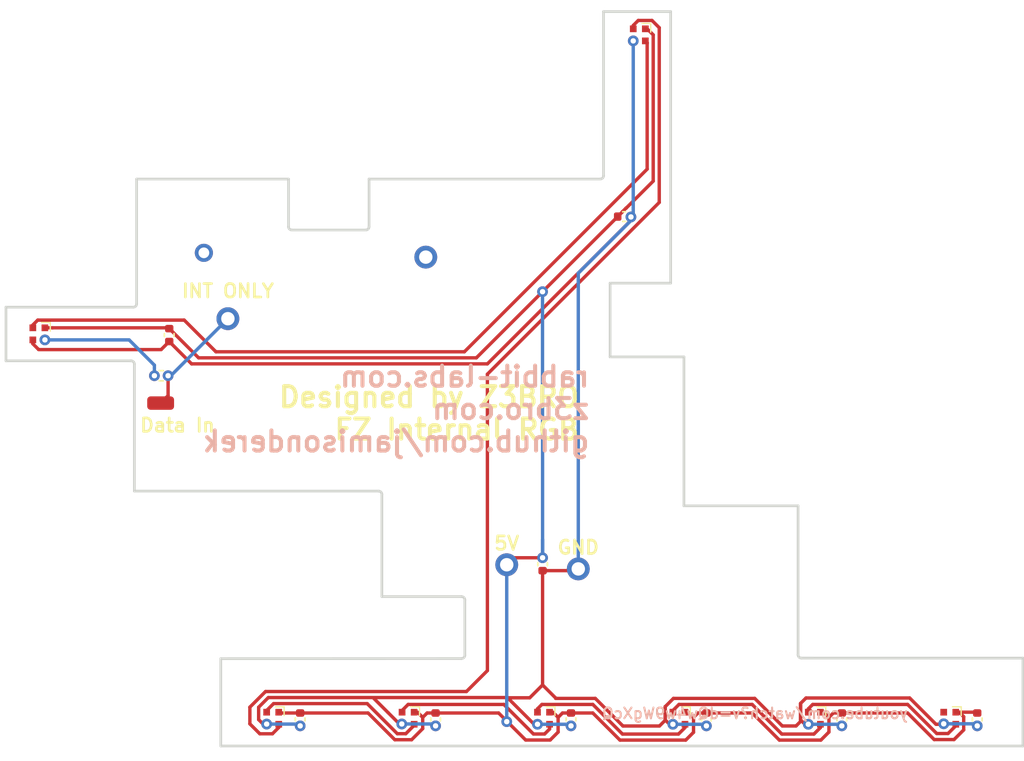
<source format=kicad_pcb>
(kicad_pcb (version 20240108) (generator "pcbnew") (generator_version "8.0")
  (title_block (title "Flipper Zero Addressable Internal RGB Mod") (rev "V1") (company "Z3BRO"))
  (layers (0 "F.Cu" signal) (31 "B.Cu" signal) (34 "B.Paste" user) (35 "F.Paste" user) (36 "B.SilkS" user "B.Silkscreen") (37 "F.SilkS" user "F.Silkscreen") (38 "B.Mask" user) (39 "F.Mask" user) (44 "Edge.Cuts" user))
  (net 0 "")
  (net 1 "+5V")
  (net 2 "GND")
  (net 3 "Net-(D1-DIN)")
  (net 4 "Net-(D1-DOUT)")
  (net 5 "Net-(D2-DOUT)")
  (net 6 "Net-(D3-DOUT)")
  (net 7 "Net-(D4-DOUT)")
  (net 8 "Net-(D5-DOUT)")
  (net 9 "Net-(D6-DOUT)")
  (net 10 "Net-(D7-DOUT)")
  (net 12 "Net-(DIN1-Pin_1)")
  (footprint "Connector_PinHeader_2.54mm:PinHeader_1x01_P2.54mm_Vertical" (layer "F.Cu") (at 135.56 83.51)
    (property "Reference" "INT ONLY" (at 0 -2.07 0) (layer "F.SilkS") (effects (font (thickness 0.2) (bold yes))))
    (property "Value" "DIN")
    (pad "1" thru_hole circle (at 0 0) (size 1.7 1.7) (drill 1) (layers "*.Cu" "*.Mask") (net 12 "Net-(DIN1-Pin_1)"))
  )
  (footprint "Capacitor_SMD:C_0402_1005Metric" (layer "F.Cu") (at 171.2034 113.38 -90)
    (property "Reference" "C6" (hide yes))
    (property "Value" "100nF")
    (fp_line (start -0.107836 0.36) (end 0.107836 0.36) (stroke (width 0.12)) (layer "F.SilkS"))
    (fp_line (start -0.107836 -0.36) (end 0.107836 -0.36) (stroke (width 0.12)) (layer "F.SilkS"))
    (pad "1" smd roundrect (at -0.48 0 270) (size 0.56 0.62) (layers "F.Cu" "F.Paste" "F.Mask") (net 1 "+5V"))
    (pad "2" smd roundrect (at 0.48 0 270) (size 0.56 0.62) (layers "F.Cu" "F.Paste" "F.Mask") (net 2 "GND"))
  )
  (footprint "Resistor_SMD:R_0402_1005Metric" (layer "F.Cu") (at 130.595 87.76 180)
    (property "Reference" "R1" (hide yes))
    (property "Value" "0")
    (fp_line (start -0.153641 0.38) (end 0.153641 0.38) (stroke (width 0.12)) (layer "F.SilkS"))
    (fp_line (start -0.153641 -0.38) (end 0.153641 -0.38) (stroke (width 0.12)) (layer "F.SilkS"))
    (pad "1" smd roundrect (at -0.51 0 180) (size 0.54 0.64) (layers "F.Cu" "F.Paste" "F.Mask") (net 12 "Net-(DIN1-Pin_1)"))
    (pad "2" smd roundrect (at 0.51 0 180) (size 0.54 0.64) (layers "F.Cu" "F.Paste" "F.Mask") (net 3 "Net-(D1-DIN)"))
  )
  (footprint "Sk6805_EC15:LED_SK6812_EC15_1.5x1.5mm" (layer "F.Cu") (at 148.9836 113.29)
    (property "Reference" "D4")
    (property "Value" "SK6805")
    (fp_line (start 0.85 -0.85) (end 0.2 -0.85) (stroke (width 0.1)) (layer "F.SilkS"))
    (fp_line (start 0.85 -0.2) (end 0.85 -0.85) (stroke (width 0.1)) (layer "F.SilkS"))
    (pad "1" smd rect (at -0.45 -0.45) (size 0.5 0.5) (layers "F.Cu" "F.Paste" "F.Mask") (net 7 "Net-(D4-DOUT)"))
    (pad "2" smd rect (at -0.45 0.45) (size 0.5 0.5) (layers "F.Cu" "F.Paste" "F.Mask") (net 2 "GND"))
    (pad "3" smd rect (at 0.45 0.45) (size 0.5 0.5) (layers "F.Cu" "F.Paste" "F.Mask") (net 6 "Net-(D3-DOUT)"))
    (pad "4" smd rect (at 0.45 -0.45) (size 0.5 0.5) (layers "F.Cu" "F.Paste" "F.Mask") (net 1 "+5V"))
  )
  (footprint "Sk6805_EC15:LED_SK6812_EC15_1.5x1.5mm" (layer "F.Cu") (at 121.48 84.64)
    (property "Reference" "D1")
    (property "Value" "SK6805")
    (fp_line (start 0.85 -0.85) (end 0.2 -0.85) (stroke (width 0.1)) (layer "F.SilkS"))
    (fp_line (start 0.85 -0.2) (end 0.85 -0.85) (stroke (width 0.1)) (layer "F.SilkS"))
    (pad "1" smd rect (at -0.45 -0.45) (size 0.5 0.5) (layers "F.Cu" "F.Paste" "F.Mask") (net 4 "Net-(D1-DOUT)"))
    (pad "2" smd rect (at -0.45 0.45) (size 0.5 0.5) (layers "F.Cu" "F.Paste" "F.Mask") (net 2 "GND"))
    (pad "3" smd rect (at 0.45 0.45) (size 0.5 0.5) (layers "F.Cu" "F.Paste" "F.Mask") (net 3 "Net-(D1-DIN)"))
    (pad "4" smd rect (at 0.45 -0.45) (size 0.5 0.5) (layers "F.Cu" "F.Paste" "F.Mask") (net 1 "+5V"))
  )
  (footprint "Connector_PinHeader_2.54mm:PinHeader_1x01_P2.54mm_Vertical" (layer "F.Cu") (at 156.33 101.85)
    (property "Reference" "5v1" (hide yes))
    (property "Value" "5V" (at 0 -1.6 0) (layer "F.SilkS") (effects (font (thickness 0.2) (bold yes))))
    (pad "1" thru_hole circle (at 0 0) (size 1.7 1.7) (drill 1) (layers "*.Cu" "*.Mask") (net 1 "+5V"))
  )
  (footprint "Capacitor_SMD:C_0402_1005Metric" (layer "F.Cu") (at 151.0301 113.38 -90)
    (property "Reference" "C4" (hide yes))
    (property "Value" "100nF")
    (fp_line (start -0.107836 0.36) (end 0.107836 0.36) (stroke (width 0.12)) (layer "F.SilkS"))
    (fp_line (start -0.107836 -0.36) (end 0.107836 -0.36) (stroke (width 0.12)) (layer "F.SilkS"))
    (pad "1" smd roundrect (at -0.48 0 270) (size 0.56 0.62) (layers "F.Cu" "F.Paste" "F.Mask") (net 1 "+5V"))
    (pad "2" smd roundrect (at 0.48 0 270) (size 0.56 0.62) (layers "F.Cu" "F.Paste" "F.Mask") (net 2 "GND"))
  )
  (footprint "Sk6805_EC15:LED_SK6812_EC15_1.5x1.5mm" (layer "F.Cu") (at 159.0703 113.29)
    (property "Reference" "D5")
    (property "Value" "SK6805")
    (fp_line (start 0.85 -0.85) (end 0.2 -0.85) (stroke (width 0.1)) (layer "F.SilkS"))
    (fp_line (start 0.85 -0.2) (end 0.85 -0.85) (stroke (width 0.1)) (layer "F.SilkS"))
    (pad "1" smd rect (at -0.45 -0.45) (size 0.5 0.5) (layers "F.Cu" "F.Paste" "F.Mask") (net 8 "Net-(D5-DOUT)"))
    (pad "2" smd rect (at -0.45 0.45) (size 0.5 0.5) (layers "F.Cu" "F.Paste" "F.Mask") (net 2 "GND"))
    (pad "3" smd rect (at 0.45 0.45) (size 0.5 0.5) (layers "F.Cu" "F.Paste" "F.Mask") (net 7 "Net-(D4-DOUT)"))
    (pad "4" smd rect (at 0.45 -0.45) (size 0.5 0.5) (layers "F.Cu" "F.Paste" "F.Mask") (net 1 "+5V"))
  )
  (footprint "Capacitor_SMD:C_0402_1005Metric" (layer "F.Cu") (at 165.075 75.9)
    (property "Reference" "C2" (hide yes))
    (property "Value" "100nF")
    (fp_line (start -0.107836 -0.36) (end 0.107836 -0.36) (stroke (width 0.12)) (layer "F.SilkS"))
    (fp_line (start -0.107836 0.36) (end 0.107836 0.36) (stroke (width 0.12)) (layer "F.SilkS"))
    (pad "1" smd roundrect (at -0.48 0) (size 0.56 0.62) (layers "F.Cu" "F.Paste" "F.Mask") (net 1 "+5V"))
    (pad "2" smd roundrect (at 0.48 0) (size 0.56 0.62) (layers "F.Cu" "F.Paste" "F.Mask") (net 2 "GND"))
  )
  (footprint "Capacitor_SMD:C_0402_1005Metric" (layer "F.Cu") (at 191.3767 113.38 -90)
    (property "Reference" "C8" (hide yes))
    (property "Value" "100nF")
    (fp_line (start -0.107836 0.36) (end 0.107836 0.36) (stroke (width 0.12)) (layer "F.SilkS"))
    (fp_line (start -0.107836 -0.36) (end 0.107836 -0.36) (stroke (width 0.12)) (layer "F.SilkS"))
    (pad "1" smd roundrect (at -0.48 0 270) (size 0.56 0.62) (layers "F.Cu" "F.Paste" "F.Mask") (net 1 "+5V"))
    (pad "2" smd roundrect (at 0.48 0 270) (size 0.56 0.62) (layers "F.Cu" "F.Paste" "F.Mask") (net 2 "GND"))
  )
  (footprint "Capacitor_SMD:C_0402_1005Metric" (layer "F.Cu") (at 161.1168 113.38 -90)
    (property "Reference" "C5" (hide yes))
    (property "Value" "100nF")
    (fp_line (start -0.107836 0.36) (end 0.107836 0.36) (stroke (width 0.12)) (layer "F.SilkS"))
    (fp_line (start -0.107836 -0.36) (end 0.107836 -0.36) (stroke (width 0.12)) (layer "F.SilkS"))
    (pad "1" smd roundrect (at -0.48 0 270) (size 0.56 0.62) (layers "F.Cu" "F.Paste" "F.Mask") (net 1 "+5V"))
    (pad "2" smd roundrect (at 0.48 0 270) (size 0.56 0.62) (layers "F.Cu" "F.Paste" "F.Mask") (net 2 "GND"))
  )
  (footprint "Sk6805_EC15:LED_SK6812_EC15_1.5x1.5mm" (layer "F.Cu") (at 169.1569 113.29)
    (property "Reference" "D6")
    (property "Value" "SK6805")
    (fp_line (start 0.85 -0.85) (end 0.2 -0.85) (stroke (width 0.1)) (layer "F.SilkS"))
    (fp_line (start 0.85 -0.2) (end 0.85 -0.85) (stroke (width 0.1)) (layer "F.SilkS"))
    (pad "1" smd rect (at -0.45 -0.45) (size 0.5 0.5) (layers "F.Cu" "F.Paste" "F.Mask") (net 9 "Net-(D6-DOUT)"))
    (pad "2" smd rect (at -0.45 0.45) (size 0.5 0.5) (layers "F.Cu" "F.Paste" "F.Mask") (net 2 "GND"))
    (pad "3" smd rect (at 0.45 0.45) (size 0.5 0.5) (layers "F.Cu" "F.Paste" "F.Mask") (net 8 "Net-(D5-DOUT)"))
    (pad "4" smd rect (at 0.45 -0.45) (size 0.5 0.5) (layers "F.Cu" "F.Paste" "F.Mask") (net 1 "+5V"))
  )
  (footprint "Sk6805_EC15:LED_SK6812_EC15_1.5x1.5mm" (layer "F.Cu") (at 179.2435 113.29)
    (property "Reference" "D7")
    (property "Value" "SK6805")
    (fp_line (start 0.85 -0.85) (end 0.2 -0.85) (stroke (width 0.1)) (layer "F.SilkS"))
    (fp_line (start 0.85 -0.2) (end 0.85 -0.85) (stroke (width 0.1)) (layer "F.SilkS"))
    (pad "1" smd rect (at -0.45 -0.45) (size 0.5 0.5) (layers "F.Cu" "F.Paste" "F.Mask") (net 10 "Net-(D7-DOUT)"))
    (pad "2" smd rect (at -0.45 0.45) (size 0.5 0.5) (layers "F.Cu" "F.Paste" "F.Mask") (net 2 "GND"))
    (pad "3" smd rect (at 0.45 0.45) (size 0.5 0.5) (layers "F.Cu" "F.Paste" "F.Mask") (net 9 "Net-(D6-DOUT)"))
    (pad "4" smd rect (at 0.45 -0.45) (size 0.5 0.5) (layers "F.Cu" "F.Paste" "F.Mask") (net 1 "+5V"))
  )
  (footprint "Capacitor_SMD:C_0402_1005Metric" (layer "F.Cu") (at 131.19 84.73 -90)
    (property "Reference" "C1" (hide yes))
    (property "Value" "100nF")
    (fp_line (start -0.107836 0.36) (end 0.107836 0.36) (stroke (width 0.12)) (layer "F.SilkS"))
    (fp_line (start -0.107836 -0.36) (end 0.107836 -0.36) (stroke (width 0.12)) (layer "F.SilkS"))
    (pad "1" smd roundrect (at -0.48 0 270) (size 0.56 0.62) (layers "F.Cu" "F.Paste" "F.Mask") (net 1 "+5V"))
    (pad "2" smd roundrect (at 0.48 0 270) (size 0.56 0.62) (layers "F.Cu" "F.Paste" "F.Mask") (net 2 "GND"))
  )
  (footprint "Sk6805_EC15:LED_SK6812_EC15_1.5x1.5mm" (layer "F.Cu") (at 189.3302 113.29)
    (property "Reference" "D8")
    (property "Value" "SK6805")
    (fp_line (start 0.85 -0.85) (end 0.2 -0.85) (stroke (width 0.1)) (layer "F.SilkS"))
    (fp_line (start 0.85 -0.2) (end 0.85 -0.85) (stroke (width 0.1)) (layer "F.SilkS"))
    (pad "1" smd rect (at -0.45 -0.45) (size 0.5 0.5) (layers "F.Cu" "F.Paste" "F.Mask"))
    (pad "2" smd rect (at -0.45 0.45) (size 0.5 0.5) (layers "F.Cu" "F.Paste" "F.Mask") (net 2 "GND"))
    (pad "3" smd rect (at 0.45 0.45) (size 0.5 0.5) (layers "F.Cu" "F.Paste" "F.Mask") (net 10 "Net-(D7-DOUT)"))
    (pad "4" smd rect (at 0.45 -0.45) (size 0.5 0.5) (layers "F.Cu" "F.Paste" "F.Mask") (net 1 "+5V"))
  )
  (footprint "Sk6805_EC15:LED_SK6812_EC15_1.5x1.5mm" (layer "F.Cu") (at 166.2035 62.3534)
    (property "Reference" "D2")
    (property "Value" "SK6805")
    (fp_line (start 0.85 -0.85) (end 0.2 -0.85) (stroke (width 0.1)) (layer "F.SilkS"))
    (fp_line (start 0.85 -0.2) (end 0.85 -0.85) (stroke (width 0.1)) (layer "F.SilkS"))
    (pad "1" smd rect (at -0.45 -0.45) (size 0.5 0.5) (layers "F.Cu" "F.Paste" "F.Mask") (net 5 "Net-(D2-DOUT)"))
    (pad "2" smd rect (at -0.45 0.45) (size 0.5 0.5) (layers "F.Cu" "F.Paste" "F.Mask") (net 2 "GND"))
    (pad "3" smd rect (at 0.45 0.45) (size 0.5 0.5) (layers "F.Cu" "F.Paste" "F.Mask") (net 4 "Net-(D1-DOUT)"))
    (pad "4" smd rect (at 0.45 -0.45) (size 0.5 0.5) (layers "F.Cu" "F.Paste" "F.Mask") (net 1 "+5V"))
  )
  (footprint "Connector_PinHeader_2.54mm:PinHeader_1x01_P2.54mm_Vertical" (layer "F.Cu") (at 150.3 78.92)
    (property "Reference" "gnd2" (hide yes))
    (property "Value" "GND" (hide yes))
    (pad "1" thru_hole circle (at 0 0) (size 1.7 1.7) (drill 1) (layers "*.Cu" "*.Mask") (net 2 "GND"))
  )
  (footprint "Connector_PinHeader_2.54mm:PinHeader_1x01_P2.54mm_Vertical" (layer "F.Cu") (at 161.66 102.16)
    (property "Reference" "gnd1" (hide yes))
    (property "Value" "GND" (at 0 -1.6 0) (layer "F.SilkS") (effects (font (thickness 0.2) (bold yes))))
    (pad "1" thru_hole circle (at 0 0) (size 1.7 1.7) (drill 1) (layers "*.Cu" "*.Mask") (net 2 "GND"))
  )
  (footprint "Sk6805_EC15:LED_SK6812_EC15_1.5x1.5mm" (layer "F.Cu") (at 138.897 113.29)
    (property "Reference" "D3")
    (property "Value" "SK6805")
    (fp_line (start 0.85 -0.85) (end 0.2 -0.85) (stroke (width 0.1)) (layer "F.SilkS"))
    (fp_line (start 0.85 -0.2) (end 0.85 -0.85) (stroke (width 0.1)) (layer "F.SilkS"))
    (pad "1" smd rect (at -0.45 -0.45) (size 0.5 0.5) (layers "F.Cu" "F.Paste" "F.Mask") (net 6 "Net-(D3-DOUT)"))
    (pad "2" smd rect (at -0.45 0.45) (size 0.5 0.5) (layers "F.Cu" "F.Paste" "F.Mask") (net 2 "GND"))
    (pad "3" smd rect (at 0.45 0.45) (size 0.5 0.5) (layers "F.Cu" "F.Paste" "F.Mask") (net 5 "Net-(D2-DOUT)"))
    (pad "4" smd rect (at 0.45 -0.45) (size 0.5 0.5) (layers "F.Cu" "F.Paste" "F.Mask") (net 1 "+5V"))
  )
  (footprint "Capacitor_SMD:C_0402_1005Metric" (layer "F.Cu") (at 140.9435 113.38 -90)
    (property "Reference" "C3" (hide yes))
    (property "Value" "100nF")
    (fp_line (start -0.107836 0.36) (end 0.107836 0.36) (stroke (width 0.12)) (layer "F.SilkS"))
    (fp_line (start -0.107836 -0.36) (end 0.107836 -0.36) (stroke (width 0.12)) (layer "F.SilkS"))
    (pad "1" smd roundrect (at -0.48 0 270) (size 0.56 0.62) (layers "F.Cu" "F.Paste" "F.Mask") (net 1 "+5V"))
    (pad "2" smd roundrect (at 0.48 0 270) (size 0.56 0.62) (layers "F.Cu" "F.Paste" "F.Mask") (net 2 "GND"))
  )
  (footprint "" (layer "F.Cu") (at 133.77 78.6)
    (property "Reference" "" (at 0 0 0) (layer "F.SilkS") (effects (font (size 1.27 1.27))))
    (property "Value" "" (at 0 0 0) (layer "F.SilkS") (effects (font (size 1.27 1.27))))
    (pad "1" thru_hole circle (at 0 0) (size 1.35 1.35) (drill 0.8) (layers "*.Cu" "*.Mask"))
  )
  (footprint "Capacitor_SMD:C_0402_1005Metric" (layer "F.Cu") (at 181.29 113.38 -90)
    (property "Reference" "C7" (hide yes))
    (property "Value" "100nF")
    (fp_line (start -0.107836 0.36) (end 0.107836 0.36) (stroke (width 0.12)) (layer "F.SilkS"))
    (fp_line (start -0.107836 -0.36) (end 0.107836 -0.36) (stroke (width 0.12)) (layer "F.SilkS"))
    (pad "1" smd roundrect (at -0.48 0 270) (size 0.56 0.62) (layers "F.Cu" "F.Paste" "F.Mask") (net 1 "+5V"))
    (pad "2" smd roundrect (at 0.48 0 270) (size 0.56 0.62) (layers "F.Cu" "F.Paste" "F.Mask") (net 2 "GND"))
  )
  (footprint "Capacitor_SMD:C_0402_1005Metric" (layer "F.Cu") (at 159 101.81 -90)
    (property "Reference" "C14" (hide yes))
    (property "Value" "10uF")
    (fp_line (start -0.107836 0.36) (end 0.107836 0.36) (stroke (width 0.12)) (layer "F.SilkS"))
    (fp_line (start -0.107836 -0.36) (end 0.107836 -0.36) (stroke (width 0.12)) (layer "F.SilkS"))
    (pad "1" smd roundrect (at -0.48 0 270) (size 0.56 0.62) (layers "F.Cu" "F.Paste" "F.Mask") (net 1 "+5V"))
    (pad "2" smd roundrect (at 0.48 0 270) (size 0.56 0.62) (layers "F.Cu" "F.Paste" "F.Mask") (net 2 "GND"))
  )
  (footprint "Connector_Wire:SolderWirePad_1x01_SMD_1x2mm" (layer "F.Cu") (at 130.55 89.8 90)
    (property "Reference" "DIN1" (hide yes))
    (property "Value" "DIN" (hide yes))
    (pad "1" smd roundrect (at 0 0 90) (size 1 2) (layers "F.Cu" "F.Paste" "F.Mask") (net 12 "Net-(DIN1-Pin_1)"))
  )
  (gr_arc (start 128.344999 86.65) (mid 128.521776 86.723223) (end 128.594999 86.9) (stroke (width 0.2)) (layer "Edge.Cuts"))
  (gr_arc (start 128.761892 82.4) (mid 128.688668 82.576776) (end 128.511892 82.65) (stroke (width 0.2)) (layer "Edge.Cuts"))
  (gr_line (start 163.541049 60.61852) (end 163.541049 72.850413) (stroke (width 0.2)) (layer "Edge.Cuts"))
  (gr_line (start 128.594999 86.9) (end 128.594999 96.359238) (stroke (width 0.2)) (layer "Edge.Cuts"))
  (gr_line (start 178.030001 97.459238) (end 178.030001 108.557563) (stroke (width 0.2)) (layer "Edge.Cuts"))
  (gr_line (start 153.209 104.468) (end 153.21 108.59) (stroke (width 0.2)) (layer "Edge.Cuts"))
  (gr_line (start 135.030001 115.359238) (end 194.780001 115.359238) (stroke (width 0.2)) (layer "Edge.Cuts"))
  (gr_line (start 140.074868 76.650413) (end 140.074868 73.100413) (stroke (width 0.2)) (layer "Edge.Cuts"))
  (gr_arc (start 140.324868 76.900413) (mid 140.148092 76.827189) (end 140.074868 76.650413) (stroke (width 0.2)) (layer "Edge.Cuts"))
  (gr_line (start 119.03 82.65) (end 119.03 86.65) (stroke (width 0.2)) (layer "Edge.Cuts"))
  (gr_line (start 140.324868 76.900413) (end 145.824868 76.900413) (stroke (width 0.2)) (layer "Edge.Cuts"))
  (gr_line (start 135.03 108.85) (end 135.030001 115.359238) (stroke (width 0.2)) (layer "Edge.Cuts"))
  (gr_arc (start 152.960241 104.222773) (mid 153.137 104.296) (end 153.210241 104.472773) (stroke (width 0.2)) (layer "Edge.Cuts"))
  (gr_line (start 169.530001 86.359238) (end 164.030001 86.359238) (stroke (width 0.2)) (layer "Edge.Cuts"))
  (gr_arc (start 146.780001 96.359238) (mid 146.956777 96.432462) (end 147.030001 96.609238) (stroke (width 0.2)) (layer "Edge.Cuts"))
  (gr_line (start 152.961805 104.22164) (end 147.030001 104.22164) (stroke (width 0.2)) (layer "Edge.Cuts"))
  (gr_line (start 178.030001 97.459238) (end 169.530001 97.459238) (stroke (width 0.2)) (layer "Edge.Cuts"))
  (gr_arc (start 178.280001 108.807563) (mid 178.103215 108.734341) (end 178.030001 108.557563) (stroke (width 0.2)) (layer "Edge.Cuts"))
  (gr_line (start 163.291049 73.100413) (end 146.074868 73.100413) (stroke (width 0.2)) (layer "Edge.Cuts"))
  (gr_line (start 128.761892 73.100413) (end 140.074868 73.100413) (stroke (width 0.2)) (layer "Edge.Cuts"))
  (gr_line (start 164.030001 80.859238) (end 168.541049 80.859238) (stroke (width 0.2)) (layer "Edge.Cuts"))
  (gr_line (start 147.030001 96.609238) (end 147.030001 104.22164) (stroke (width 0.2)) (layer "Edge.Cuts"))
  (gr_line (start 168.541049 60.61852) (end 168.541049 80.859238) (stroke (width 0.2)) (layer "Edge.Cuts"))
  (gr_line (start 128.594999 96.359238) (end 146.780001 96.359238) (stroke (width 0.2)) (layer "Edge.Cuts"))
  (gr_line (start 146.074868 73.100413) (end 146.074868 76.650413) (stroke (width 0.2)) (layer "Edge.Cuts"))
  (gr_line (start 164.030001 80.859238) (end 164.030001 86.359238) (stroke (width 0.2)) (layer "Edge.Cuts"))
  (gr_line (start 119.03 86.65) (end 128.344999 86.65) (stroke (width 0.2)) (layer "Edge.Cuts"))
  (gr_line (start 152.954243 108.844341) (end 135.03 108.85) (stroke (width 0.2)) (layer "Edge.Cuts"))
  (gr_arc (start 163.541049 72.850413) (mid 163.467825 73.027189) (end 163.291049 73.100413) (stroke (width 0.2)) (layer "Edge.Cuts"))
  (gr_line (start 194.78 108.81) (end 178.280001 108.807563) (stroke (width 0.2)) (layer "Edge.Cuts"))
  (gr_line (start 128.761892 73.100413) (end 128.761892 82.4) (stroke (width 0.2)) (layer "Edge.Cuts"))
  (gr_line (start 128.511892 82.65) (end 119.03 82.65) (stroke (width 0.2)) (layer "Edge.Cuts"))
  (gr_line (start 169.530001 97.459238) (end 169.530001 86.359238) (stroke (width 0.2)) (layer "Edge.Cuts"))
  (gr_arc (start 146.074868 76.650413) (mid 146.001644 76.827189) (end 145.824868 76.900413) (stroke (width 0.2)) (layer "Edge.Cuts"))
  (gr_line (start 168.541049 60.61852) (end 163.541049 60.61852) (stroke (width 0.2)) (layer "Edge.Cuts"))
  (gr_arc (start 153.21 108.59) (mid 153.135004 108.770348) (end 152.954243 108.844341) (stroke (width 0.2)) (layer "Edge.Cuts"))
  (gr_line (start 194.780001 115.359238) (end 194.78 108.81) (stroke (width 0.2)) (layer "Edge.Cuts"))
  (gr_text "rabbit-labs.com\nz3bro.com\ngithub.com/jamisonderek\n\n" (at 162.64 95.95 0) (layer "B.SilkS") (effects (font (size 1.5 1.5) (thickness 0.3) (bold yes)) (justify left bottom mirror)))
  (gr_text "youtube.com/watch?v=dQw4w9WgXcQ" (at 186.2909 113.4 0) (layer "B.SilkS") (effects (font (size 0.8 0.8)) (justify left bottom mirror)))
  (gr_text "Designed by Z3BRO\nFZ Internal RGB" (at 161.88 92.65 0) (layer "F.SilkS") (effects (font (size 1.5 1.5) (thickness 0.3) (bold yes)) (justify right bottom)))
  (gr_text "Data In" (at 128.91 92.04 0) (layer "F.SilkS") (effects (font (size 1 1) (thickness 0.2) (bold yes)) (justify left bottom)))
  (segment (start 156.317 113.49) (end 157.742 114.915) (width 0.25) (layer "F.Cu") (net 1))
  (segment (start 133.37839 86.4269) (end 131.20149 84.25) (width 0.25) (layer "F.Cu") (net 1))
  (segment (start 159.7703 112.84) (end 160.1572 113.2269) (width 0.25) (layer "F.Cu") (net 1))
  (segment (start 156.79 101.33) (end 159 101.33) (width 0.25) (layer "F.Cu") (net 1))
  (segment (start 139.347 112.84) (end 139.407 112.9) (width 0.25) (layer "F.Cu") (net 1))
  (segment (start 150.3974 112.9) (end 150.0705 113.2269) (width 0.25) (layer "F.Cu") (net 1))
  (segment (start 166.7903 61.9034) (end 167.24 62.3531) (width 0.25) (layer "F.Cu") (net 1))
  (segment (start 190.3682 114.162) (end 189.6497 114.8805) (width 0.25) (layer "F.Cu") (net 1))
  (segment (start 154.0681 86.4269) (end 133.37839 86.4269) (width 0.25) (layer "F.Cu") (net 1))
  (segment (start 161.1168 112.9) (end 160.4841 112.9) (width 0.25) (layer "F.Cu") (net 1))
  (segment (start 149.4336 112.84) (end 149.6836 112.84) (width 0.25) (layer "F.Cu") (net 1))
  (segment (start 149.242549 114.893351) (end 147.993055 114.893351) (width 0.25) (layer "F.Cu") (net 1))
  (segment (start 131.20149 84.25) (end 131.19 84.25) (width 0.25) (layer "F.Cu") (net 1))
  (segment (start 166.6535 61.9034) (end 166.7903 61.9034) (width 0.25) (layer "F.Cu") (net 1))
  (segment (start 131.13 84.19) (end 122.5069 84.19) (width 0.25) (layer "F.Cu") (net 1))
  (segment (start 171.2034 112.9) (end 170.5707 112.9) (width 0.25) (layer "F.Cu") (net 1))
  (segment (start 131.19 84.25) (end 131.13 84.19) (width 0.25) (layer "F.Cu") (net 1))
  (segment (start 164.762904 114.92) (end 162.742904 112.9) (width 0.25) (layer "F.Cu") (net 1))
  (segment (start 164.95 75.545) (end 158.9975 81.4975) (width 0.25) (layer "F.Cu") (net 1))
  (segment (start 149.6836 112.84) (end 150.0705 113.2269) (width 0.25) (layer "F.Cu") (net 1))
  (segment (start 169.8569 112.84) (end 170.2438 113.2269) (width 0.25) (layer "F.Cu") (net 1))
  (segment (start 165.23 75.265) (end 165.21851 75.265) (width 0.25) (layer "F.Cu") (net 1))
  (segment (start 121.93 84.19) (end 122.5069 84.19) (width 0.25) (layer "F.Cu") (net 1))
  (segment (start 180.3304 114.3191) (end 180.3304 113.2269) (width 0.25) (layer "F.Cu") (net 1))
  (segment (start 170.2438 113.2269) (end 170.2438 114.3413) (width 0.25) (layer "F.Cu") (net 1))
  (segment (start 179.7295 114.92) (end 180.3304 114.3191) (width 0.25) (layer "F.Cu") (net 1))
  (segment (start 150.0705 113.2269) (end 150.0705 114.0654) (width 0.25) (layer "F.Cu") (net 1))
  (segment (start 167.24 73.255) (end 165.23 75.265) (width 0.25) (layer "F.Cu") (net 1))
  (segment (start 159.5203 112.84) (end 159.7703 112.84) (width 0.25) (layer "F.Cu") (net 1))
  (segment (start 181.29 112.9) (end 180.6573 112.9) (width 0.25) (layer "F.Cu") (net 1))
  (segment (start 176.6361 114.92) (end 179.7295 114.92) (width 0.25) (layer "F.Cu") (net 1))
  (segment (start 155.727 112.9) (end 156.317 113.49) (width 0.25) (layer "F.Cu") (net 1))
  (segment (start 167.24 62.3531) (end 167.24 73.255) (width 0.25) (layer "F.Cu") (net 1))
  (segment (start 139.407 112.9) (end 140.9435 112.9) (width 0.25) (layer "F.Cu") (net 1))
  (segment (start 189.7802 112.84) (end 190.0302 112.84) (width 0.25) (layer "F.Cu") (net 1))
  (segment (start 171.2034 112.9) (end 174.6161 112.9) (width 0.25) (layer "F.Cu") (net 1))
  (segment (start 186.190508 112.9) (end 181.29 112.9) (width 0.25) (layer "F.Cu") (net 1))
  (segment (start 179.6935 112.84) (end 179.9435 112.84) (width 0.25) (layer "F.Cu") (net 1))
  (segment (start 150.0705 114.0654) (end 149.242549 114.893351) (width 0.25) (layer "F.Cu") (net 1))
  (segment (start 156.27 101.85) (end 156.79 101.33) (width 0.25) (layer "F.Cu") (net 1))
  (segment (start 164.95 75.53351) (end 164.95 75.545) (width 0.25) (layer "F.Cu") (net 1))
  (segment (start 189.7802 112.84) (end 191.3167 112.84) (width 0.25) (layer "F.Cu") (net 1))
  (segment (start 191.3167 112.84) (end 191.3767 112.9) (width 0.25) (layer "F.Cu") (net 1))
  (segment (start 180.6573 112.9) (end 180.3304 113.2269) (width 0.25) (layer "F.Cu") (net 1))
  (segment (start 160.4841 112.9) (end 160.1572 113.2269) (width 0.25) (layer "F.Cu") (net 1))
  (segment (start 170.2438 114.3413) (end 169.6651 114.92) (width 0.25) (layer "F.Cu") (net 1))
  (segment (start 190.3682 113.178) (end 190.3682 114.162) (width 0.25) (layer "F.Cu") (net 1))
  (segment (start 174.6161 112.9) (end 176.6361 114.92) (width 0.25) (layer "F.Cu") (net 1))
  (segment (start 159.5647 114.915) (end 160.1572 114.3225) (width 0.25) (layer "F.Cu") (net 1))
  (segment (start 162.742904 112.9) (end 161.1168 112.9) (width 0.25) (layer "F.Cu") (net 1))
  (segment (start 155.727 112.9) (end 151.0301 112.9) (width 0.25) (layer "F.Cu") (net 1))
  (segment (start 189.6497 114.8805) (end 188.171008 114.8805) (width 0.25) (layer "F.Cu") (net 1))
  (segment (start 190.0302 112.84) (end 190.3682 113.178) (width 0.25) (layer "F.Cu") (net 1))
  (segment (start 160.1572 114.3225) (end 160.1572 113.2269) (width 0.25) (layer "F.Cu") (net 1))
  (segment (start 188.171008 114.8805) (end 186.190508 112.9) (width 0.25) (layer "F.Cu") (net 1))
  (segment (start 179.9435 112.84) (end 180.3304 113.2269) (width 0.25) (layer "F.Cu") (net 1))
  (segment (start 158.9975 81.4975) (end 154.0681 86.4269) (width 0.25) (layer "F.Cu") (net 1))
  (segment (start 145.999704 112.9) (end 140.9435 112.9) (width 0.25) (layer "F.Cu") (net 1))
  (segment (start 170.5707 112.9) (end 170.2438 113.2269) (width 0.25) (layer "F.Cu") (net 1))
  (segment (start 169.6069 112.84) (end 169.8569 112.84) (width 0.25) (layer "F.Cu") (net 1))
  (segment (start 157.742 114.915) (end 159.5647 114.915) (width 0.25) (layer "F.Cu") (net 1))
  (segment (start 151.0301 112.9) (end 150.3974 112.9) (width 0.25) (layer "F.Cu") (net 1))
  (segment (start 147.993055 114.893351) (end 145.999704 112.9) (width 0.25) (layer "F.Cu") (net 1))
  (segment (start 165.21851 75.265) (end 164.95 75.53351) (width 0.25) (layer "F.Cu") (net 1))
  (segment (start 169.6651 114.92) (end 164.762904 114.92) (width 0.25) (layer "F.Cu") (net 1))
  (via (at 156.33 113.545) (size 0.8) (drill 0.4) (layers "F.Cu" "B.Cu") (net 1))
  (via (at 158.9975 81.4975) (size 0.8) (drill 0.4) (layers "F.Cu" "B.Cu") (net 1))
  (via (at 159 101.33) (size 0.8) (drill 0.4) (layers "F.Cu" "B.Cu") (net 1))
  (segment (start 156.33 113.545) (end 156.33 101.85) (width 0.25) (layer "B.Cu") (net 1))
  (segment (start 158.9975 81.817188) (end 158.9975 81.4975) (width 0.25) (layer "B.Cu") (net 1))
  (segment (start 158.994844 81.819844) (end 158.9975 81.817188) (width 0.25) (layer "B.Cu") (net 1))
  (segment (start 158.994844 81.819844) (end 158.994844 90.844844) (width 0.25) (layer "B.Cu") (net 1))
  (segment (start 159 90.85) (end 159 101.33) (width 0.25) (layer "B.Cu") (net 1))
  (segment (start 159 99.97) (end 159 101.33) (width 0.25) (layer "B.Cu") (net 1))
  (segment (start 158.994844 90.844844) (end 159 90.85) (width 0.25) (layer "B.Cu") (net 1))
  (segment (start 178.5435 113.74) (end 178.2166 113.4131) (width 0.25) (layer "F.Cu") (net 2))
  (segment (start 156.3803 111.75) (end 156.3964 111.7661) (width 0.25) (layer "F.Cu") (net 2))
  (segment (start 121.03 85.09) (end 121.03 85.3784) (width 0.25) (layer "F.Cu") (net 2))
  (segment (start 130.585 85.815) (end 131.19 85.21) (width 0.25) (layer "F.Cu") (net 2))
  (segment (start 158.0434 111.7661) (end 159 110.8095) (width 0.25) (layer "F.Cu") (net 2))
  (segment (start 148.4049 113.8687) (end 148.5336 113.74) (width 0.25) (layer "F.Cu") (net 2))
  (segment (start 168.13 112.4309) (end 168.7478 111.8131) (width 0.25) (layer "F.Cu") (net 2))
  (segment (start 178.6215 111.7816) (end 186.3449 111.7816) (width 0.25) (layer "F.Cu") (net 2))
  (segment (start 162.928796 111.8131) (end 164.984796 113.8691) (width 0.25) (layer "F.Cu") (net 2))
  (segment (start 121.03 85.3784) (end 121.4666 85.815) (width 0.25) (layer "F.Cu") (net 2))
  (segment (start 168.13 113.4461) (end 168.13 112.4309) (width 0.25) (layer "F.Cu") (net 2))
  (segment (start 154.888099 86.8769) (end 165.555 76.209999) (width 0.25) (layer "F.Cu") (net 2))
  (segment (start 188.8802 113.74) (end 188.3033 113.74) (width 0.25) (layer "F.Cu") (net 2))
  (segment (start 168.13 113.4131) (end 168.13 112.4309) (width 0.25) (layer "F.Cu") (net 2))
  (segment (start 137.8496 112.4701) (end 138.5697 111.75) (width 0.25) (layer "F.Cu") (net 2))
  (segment (start 168.7069 113.74) (end 168.4569 113.74) (width 0.25) (layer "F.Cu") (net 2))
  (segment (start 178.7935 113.74) (end 178.5435 113.74) (width 0.25) (layer "F.Cu") (net 2))
  (segment (start 159.9776 111.7871) (end 159 110.8095) (width 0.25) (layer "F.Cu") (net 2))
  (segment (start 132.8569 86.8769) (end 154.888099 86.8769) (width 0.25) (layer "F.Cu") (net 2))
  (segment (start 146.4252 111.806) (end 147.4921 112.8728) (width 0.25) (layer "F.Cu") (net 2))
  (segment (start 168.7478 111.8131) (end 174.801992 111.8131) (width 0.25) (layer "F.Cu") (net 2))
  (segment (start 167.707 113.8691) (end 168.13 113.4461) (width 0.25) (layer "F.Cu") (net 2))
  (segment (start 181.4204 113.9903) (end 181.29 113.86) (width 0.25) (layer "F.Cu") (net 2))
  (segment (start 174.801992 111.8131) (end 176.855792 113.8669) (width 0.25) (layer "F.Cu") (net 2))
  (segment (start 138.5697 111.75) (end 156.3803 111.75) (width 0.25) (layer "F.Cu") (net 2))
  (segment (start 121.4666 85.815) (end 130.585 85.815) (width 0.25) (layer "F.Cu") (net 2))
  (segment (start 147.4921 112.8728) (end 148.3593 113.74) (width 0.25) (layer "F.Cu") (net 2))
  (segment (start 178.2166 112.1865) (end 178.6215 111.7816) (width 0.25) (layer "F.Cu") (net 2))
  (segment (start 168.4569 113.74) (end 168.13 113.4131) (width 0.25) (layer "F.Cu") (net 2))
  (segment (start 188.8802 113.74) (end 188.8802 113.7055) (width 0.25) (layer "F.Cu") (net 2))
  (segment (start 138.447 113.74) (end 138.447 113.7255) (width 0.25) (layer "F.Cu") (net 2))
  (segment (start 158.0434 111.7661) (end 156.3964 111.7661) (width 0.25) (layer "F.Cu") (net 2))
  (segment (start 158.6203 113.74) (end 158.3703 113.74) (width 0.25) (layer "F.Cu") (net 2))
  (segment (start 159 102.29) (end 161.53 102.29) (width 0.25) (layer "F.Cu") (net 2))
  (segment (start 186.3449 111.7816) (end 188.3033 113.74) (width 0.25) (layer "F.Cu") (net 2))
  (segment (start 161.53 102.29) (end 161.66 102.16) (width 0.25) (layer "F.Cu") (net 2))
  (segment (start 148.5336 113.74) (end 148.511951 113.718351) (width 0.25) (layer "F.Cu") (net 2))
  (segment (start 159.31 102.29) (end 159 102.29) (width 0.25) (layer "F.Cu") (net 2))
  (segment (start 159.9776 111.8131) (end 159.9776 111.7871) (width 0.25) (layer "F.Cu") (net 2))
  (segment (start 176.855792 113.8669) (end 177.8801 113.8669) (width 0.25) (layer "F.Cu") (net 2))
  (segment (start 161.1168 114.0303) (end 161.1168 113.86) (width 0.25) (layer "F.Cu") (net 2))
  (segment (start 177.8801 113.8669) (end 178.2166 113.5304) (width 0.25) (layer "F.Cu") (net 2))
  (segment (start 165.555 76.209999) (end 165.555 75.9) (width 0.25) (layer "F.Cu") (net 2))
  (segment (start 131.19 85.21) (end 132.8569 86.8769) (width 0.25) (layer "F.Cu") (net 2))
  (segment (start 159 110.8095) (end 159 102.29) (width 0.25) (layer "F.Cu") (net 2))
  (segment (start 159.9776 111.8131) (end 162.928796 111.8131) (width 0.25) (layer "F.Cu") (net 2))
  (segment (start 138.197 113.74) (end 137.8496 113.3926) (width 0.25) (layer "F.Cu") (net 2))
  (segment (start 138.447 113.74) (end 138.197 113.74) (width 0.25) (layer "F.Cu") (net 2))
  (segment (start 148.3593 113.74) (end 148.5336 113.74) (width 0.25) (layer "F.Cu") (net 2))
  (segment (start 178.2166 113.4131) (end 178.2166 112.1865) (width 0.25) (layer "F.Cu") (net 2))
  (segment (start 137.8496 113.3926) (end 137.8496 112.4701) (width 0.25) (layer "F.Cu") (net 2))
  (segment (start 158.3703 113.74) (end 156.3964 111.7661) (width 0.25) (layer "F.Cu") (net 2))
  (segment (start 178.2166 113.5304) (end 178.2166 112.1865) (width 0.25) (layer "F.Cu") (net 2))
  (segment (start 164.984796 113.8691) (end 167.707 113.8691) (width 0.25) (layer "F.Cu") (net 2))
  (via (at 191.3767 113.86) (size 0.8) (drill 0.4) (layers "F.Cu" "B.Cu") (net 2))
  (via (at 178.7935 113.74) (size 0.8) (drill 0.4) (layers "F.Cu" "B.Cu") (net 2))
  (via (at 165.581728 75.927088) (size 0.8) (drill 0.4) (layers "F.Cu" "B.Cu") (net 2))
  (via (at 138.447 113.7255) (size 0.8) (drill 0.4) (layers "F.Cu" "B.Cu") (net 2))
  (via (at 168.7069 113.74) (size 0.8) (drill 0.4) (layers "F.Cu" "B.Cu") (net 2))
  (via (at 140.9435 113.86) (size 0.8) (drill 0.4) (layers "F.Cu" "B.Cu") (net 2))
  (via (at 148.511951 113.718351) (size 0.8) (drill 0.4) (layers "F.Cu" "B.Cu") (net 2))
  (via (at 161.1168 113.86) (size 0.8) (drill 0.4) (layers "F.Cu" "B.Cu") (net 2))
  (via (at 158.6203 113.74) (size 0.8) (drill 0.4) (layers "F.Cu" "B.Cu") (net 2))
  (via (at 171.2034 113.86) (size 0.8) (drill 0.4) (layers "F.Cu" "B.Cu") (net 2))
  (via (at 165.7535 62.8034) (size 0.8) (drill 0.4) (layers "F.Cu" "B.Cu") (net 2))
  (via (at 188.8802 113.7055) (size 0.8) (drill 0.4) (layers "F.Cu" "B.Cu") (net 2))
  (via (at 151.0301 113.86) (size 0.8) (drill 0.4) (layers "F.Cu" "B.Cu") (net 2))
  (via (at 181.29 113.86) (size 0.8) (drill 0.4) (layers "F.Cu" "B.Cu") (net 2))
  (segment (start 158.6203 113.74) (end 160.9968 113.74) (width 0.25) (layer "B.Cu") (net 2))
  (segment (start 138.447 113.7255) (end 140.809 113.7255) (width 0.25) (layer "B.Cu") (net 2))
  (segment (start 165.581728 76.193272) (end 165.581728 75.927088) (width 0.25) (layer "B.Cu") (net 2))
  (segment (start 140.809 113.7255) (end 140.9435 113.86) (width 0.25) (layer "B.Cu") (net 2))
  (segment (start 160.9968 113.74) (end 161.1168 113.86) (width 0.25) (layer "B.Cu") (net 2))
  (segment (start 168.7069 113.74) (end 171.0834 113.74) (width 0.25) (layer "B.Cu") (net 2))
  (segment (start 148.511951 113.718351) (end 150.888451 113.718351) (width 0.25) (layer "B.Cu") (net 2))
  (segment (start 191.2222 113.7055) (end 191.3767 113.86) (width 0.25) (layer "B.Cu") (net 2))
  (segment (start 178.7935 113.74) (end 181.17 113.74) (width 0.25) (layer "B.Cu") (net 2))
  (segment (start 161.66 80.115) (end 165.581728 76.193272) (width 0.25) (layer "B.Cu") (net 2))
  (segment (start 161.13 102.69) (end 161.66 102.16) (width 0.25) (layer "B.Cu") (net 2))
  (segment (start 171.0834 113.74) (end 171.2034 113.86) (width 0.25) (layer "B.Cu") (net 2))
  (segment (start 188.8802 113.7055) (end 191.2222 113.7055) (width 0.25) (layer "B.Cu") (net 2))
  (segment (start 181.17 113.74) (end 181.29 113.86) (width 0.25) (layer "B.Cu") (net 2))
  (segment (start 161.66 102.16) (end 161.66 80.115) (width 0.25) (layer "B.Cu") (net 2))
  (segment (start 165.7535 75.755316) (end 165.581728 75.927088) (width 0.25) (layer "B.Cu") (net 2))
  (segment (start 150.888451 113.718351) (end 151.0301 113.86) (width 0.25) (layer "B.Cu") (net 2))
  (segment (start 165.8 62.8499) (end 165.7535 62.8034) (width 0.25) (layer "B.Cu") (net 2))
  (segment (start 165.7535 62.8034) (end 165.7535 75.755316) (width 0.25) (layer "B.Cu") (net 2))
  (segment (start 121.99 85.03) (end 121.93 85.09) (width 0.25) (layer "F.Cu") (net 3))
  (segment (start 122.01 85.01) (end 121.93 85.09) (width 0.25) (layer "F.Cu") (net 3))
  (via (at 121.93 85.09) (size 0.8) (drill 0.4) (layers "F.Cu" "B.Cu") (net 3))
  (via (at 130.085 87.76) (size 0.8) (drill 0.4) (layers "F.Cu" "B.Cu") (net 3))
  (segment (start 130.085 87.76) (end 130.085 86.975) (width 0.25) (layer "B.Cu") (net 3))
  (segment (start 130.085 86.975) (end 128.2 85.09) (width 0.25) (layer "B.Cu") (net 3))
  (segment (start 128.2 85.09) (end 121.93 85.09) (width 0.25) (layer "B.Cu") (net 3))
  (segment (start 153.1731 85.9769) (end 166.79 72.36) (width 0.25) (layer "F.Cu") (net 4))
  (segment (start 166.79 62.9399) (end 166.6535 62.8034) (width 0.25) (layer "F.Cu") (net 4))
  (segment (start 121.395 83.615) (end 132.305 83.615) (width 0.25) (layer "F.Cu") (net 4))
  (segment (start 121.03 84.19) (end 121.03 83.98) (width 0.25) (layer "F.Cu") (net 4))
  (segment (start 166.79 72.36) (end 166.79 62.9399) (width 0.25) (layer "F.Cu") (net 4))
  (segment (start 121.03 83.98) (end 121.395 83.615) (width 0.25) (layer "F.Cu") (net 4))
  (segment (start 132.305 83.615) (end 134.6669 85.9769) (width 0.25) (layer "F.Cu") (net 4))
  (segment (start 134.6669 85.9769) (end 153.1731 85.9769) (width 0.25) (layer "F.Cu") (net 4))
  (segment (start 166.6535 62.8034) (end 166.7365 62.8034) (width 0.25) (layer "F.Cu") (net 4))
  (segment (start 165.7535 61.6534) (end 166.1269 61.28) (width 0.25) (layer "F.Cu") (net 5))
  (segment (start 167.69 74.844121) (end 154.89 87.644121) (width 0.25) (layer "F.Cu") (net 5))
  (segment (start 167.69 61.82) (end 167.69 74.844121) (width 0.25) (layer "F.Cu") (net 5))
  (segment (start 137.197 112.4655) (end 137.197 113.71) (width 0.25) (layer "F.Cu") (net 5))
  (segment (start 137.937 114.45) (end 138.8761 114.45) (width 0.25) (layer "F.Cu") (net 5))
  (segment (start 153.33 111.3) (end 138.3625 111.3) (width 0.25) (layer "F.Cu") (net 5))
  (segment (start 138.3625 111.3) (end 137.197 112.4655) (width 0.25) (layer "F.Cu") (net 5))
  (segment (start 137.197 113.71) (end 137.937 114.45) (width 0.25) (layer "F.Cu") (net 5))
  (segment (start 165.7535 61.9034) (end 165.7535 61.6534) (width 0.25) (layer "F.Cu") (net 5))
  (segment (start 167.15 61.28) (end 167.69 61.82) (width 0.25) (layer "F.Cu") (net 5))
  (segment (start 166.1269 61.28) (end 167.15 61.28) (width 0.25) (layer "F.Cu") (net 5))
  (segment (start 139.347 113.9791) (end 139.347 113.74) (width 0.25) (layer "F.Cu") (net 5))
  (segment (start 138.8761 114.45) (end 139.347 113.9791) (width 0.25) (layer "F.Cu") (net 5))
  (segment (start 154.89 87.644121) (end 154.89 109.74) (width 0.25) (layer "F.Cu") (net 5))
  (segment (start 154.89 109.74) (end 153.33 111.3) (width 0.25) (layer "F.Cu") (net 5))
  (segment (start 149.4336 113.8213) (end 148.811549 114.443351) (width 0.25) (layer "F.Cu") (net 6))
  (segment (start 148.811549 114.443351) (end 148.179451 114.443351) (width 0.25) (layer "F.Cu") (net 6))
  (segment (start 138.447 112.7146) (end 138.447 112.84) (width 0.25) (layer "F.Cu") (net 6))
  (segment (start 148.179451 114.443351) (end 145.9361 112.2) (width 0.25) (layer "F.Cu") (net 6))
  (segment (start 149.4336 113.74) (end 149.4336 113.8213) (width 0.25) (layer "F.Cu") (net 6))
  (segment (start 138.9616 112.2) (end 138.447 112.7146) (width 0.25) (layer "F.Cu") (net 6))
  (segment (start 145.9361 112.2) (end 138.9616 112.2) (width 0.25) (layer "F.Cu") (net 6))
  (segment (start 158.317305 114.465) (end 156.115405 112.2631) (width 0.25) (layer "F.Cu") (net 7))
  (segment (start 159.152 114.465) (end 158.317305 114.465) (width 0.25) (layer "F.Cu") (net 7))
  (segment (start 148.9851 112.2631) (end 148.5336 112.7146) (width 0.25) (layer "F.Cu") (net 7))
  (segment (start 148.5336 112.7146) (end 148.5336 112.84) (width 0.25) (layer "F.Cu") (net 7))
  (segment (start 159.5203 114.0967) (end 159.152 114.465) (width 0.25) (layer "F.Cu") (net 7))
  (segment (start 159.5203 113.74) (end 159.5203 114.0967) (width 0.25) (layer "F.Cu") (net 7))
  (segment (start 156.115405 112.2631) (end 148.9851 112.2631) (width 0.25) (layer "F.Cu") (net 7))
  (segment (start 162.7424 112.2631) (end 158.9472 112.2631) (width 0.25) (layer "F.Cu") (net 8))
  (segment (start 158.9472 112.2631) (end 158.6203 112.59) (width 0.25) (layer "F.Cu") (net 8))
  (segment (start 169.6069 113.74) (end 169.6069 113.99) (width 0.25) (layer "F.Cu") (net 8))
  (segment (start 169.6069 113.99) (end 169.1269 114.47) (width 0.25) (layer "F.Cu") (net 8))
  (segment (start 169.1269 114.47) (end 164.9493 114.47) (width 0.25) (layer "F.Cu") (net 8))
  (segment (start 158.6203 112.59) (end 158.6203 112.84) (width 0.25) (layer "F.Cu") (net 8))
  (segment (start 164.9493 114.47) (end 162.7424 112.2631) (width 0.25) (layer "F.Cu") (net 8))
  (segment (start 179.6935 113.74) (end 179.6935 113.99) (width 0.25) (layer "F.Cu") (net 9))
  (segment (start 174.615596 112.2631) (end 169.1584 112.2631) (width 0.25) (layer "F.Cu") (net 9))
  (segment (start 179.6935 113.99) (end 179.2135 114.47) (width 0.25) (layer "F.Cu") (net 9))
  (segment (start 176.822496 114.47) (end 174.615596 112.2631) (width 0.25) (layer "F.Cu") (net 9))
  (segment (start 179.2135 114.47) (end 176.822496 114.47) (width 0.25) (layer "F.Cu") (net 9))
  (segment (start 168.7069 112.7146) (end 168.7069 112.84) (width 0.25) (layer "F.Cu") (net 9))
  (segment (start 169.1584 112.2631) (end 168.7069 112.7146) (width 0.25) (layer "F.Cu") (net 9))
  (segment (start 179.1204 112.2631) (end 178.7935 112.59) (width 0.25) (layer "F.Cu") (net 10))
  (segment (start 186.190004 112.2631) (end 179.1204 112.2631) (width 0.25) (layer "F.Cu") (net 10))
  (segment (start 189.7802 113.74) (end 189.7802 113.8536) (width 0.25) (layer "F.Cu") (net 10))
  (segment (start 189.7802 113.8536) (end 189.2033 114.4305) (width 0.25) (layer "F.Cu") (net 10))
  (segment (start 178.7935 112.59) (end 178.7935 112.84) (width 0.25) (layer "F.Cu") (net 10))
  (segment (start 188.357404 114.4305) (end 186.190004 112.2631) (width 0.25) (layer "F.Cu") (net 10))
  (segment (start 189.2033 114.4305) (end 188.357404 114.4305) (width 0.25) (layer "F.Cu") (net 10))
  (segment (start 131.105 89.245) (end 130.55 89.8) (width 0.25) (layer "F.Cu") (net 12))
  (segment (start 131.105 87.76) (end 131.105 89.245) (width 0.25) (layer "F.Cu") (net 12))
  (via (at 131.105 87.76) (size 0.8) (drill 0.4) (layers "F.Cu" "B.Cu") (net 12))
  (segment (start 131.31 87.76) (end 131.105 87.76) (width 0.25) (layer "B.Cu") (net 12))
  (segment (start 135.56 83.51) (end 131.31 87.76) (width 0.25) (layer "B.Cu") (net 12))
)
</source>
